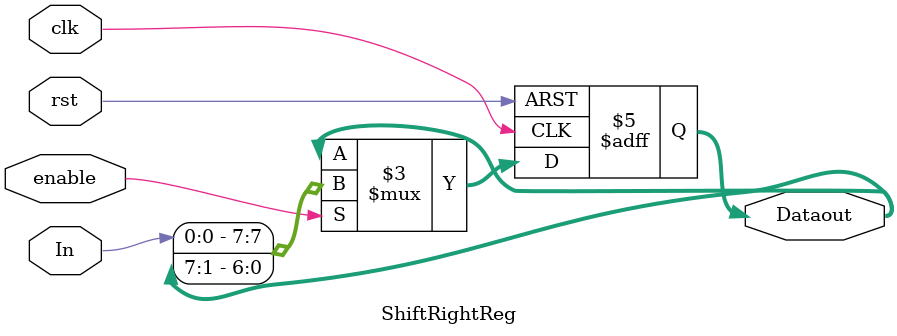
<source format=v>
`timescale 1ns / 1ps
module ShiftRightReg(input clk,input rst,input enable,input In, output reg[7:0] Dataout);

always @(negedge clk, posedge rst)
	begin
		if (rst)
			Dataout = 8'b0;
		else  
			if (enable)
				Dataout = {In, Dataout[7:1]};
			else
				Dataout = Dataout;
	end

endmodule

</source>
